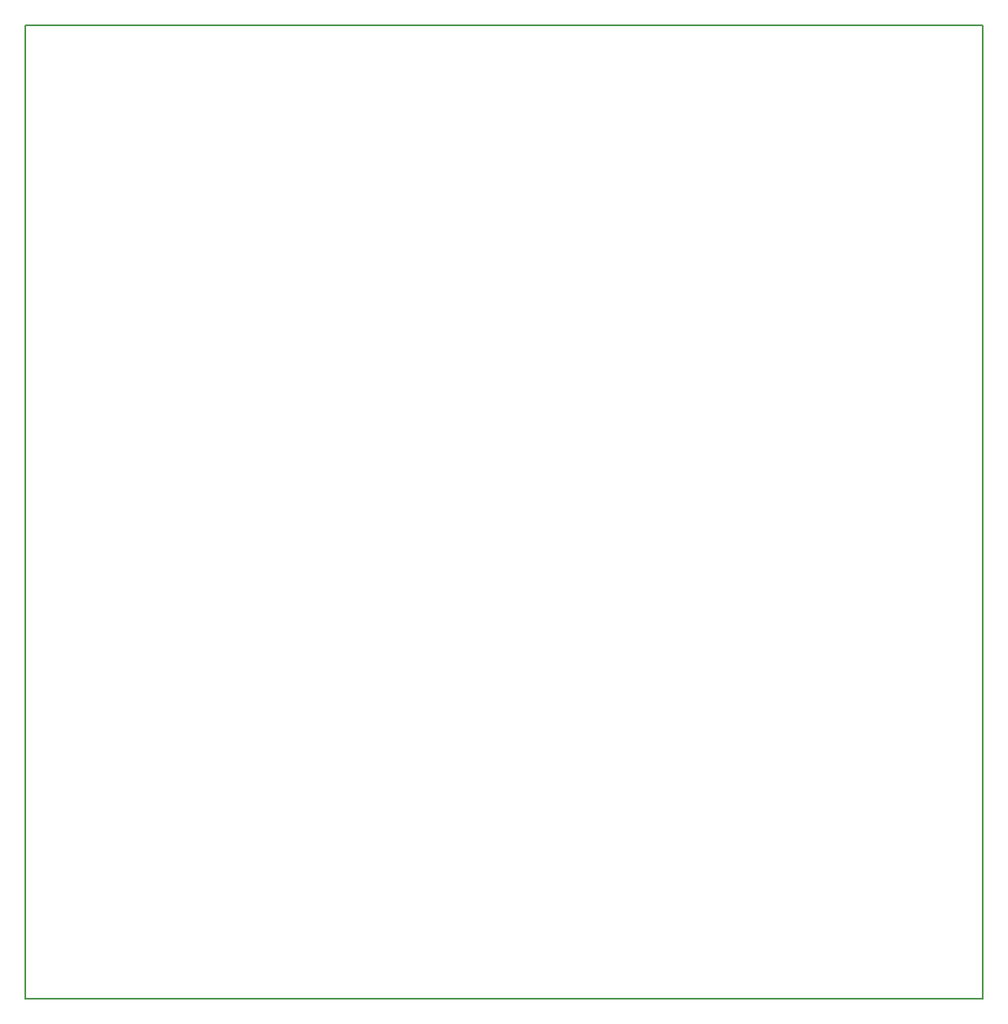
<source format=gko>
G04 Layer_Color=16711935*
%FSLAX25Y25*%
%MOIN*%
G70*
G01*
G75*
%ADD29C,0.00787*%
D29*
X391500Y0D02*
Y397638D01*
X0D02*
X391500D01*
X0Y0D02*
X391500D01*
X0D02*
Y397638D01*
M02*

</source>
